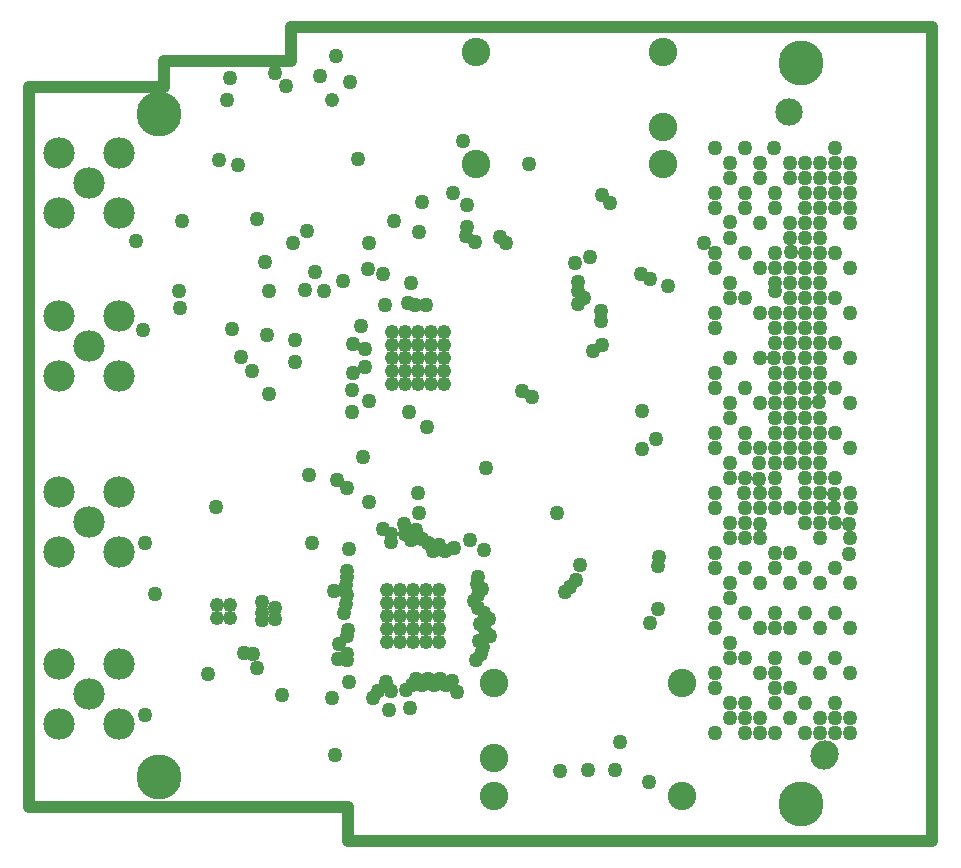
<source format=gbr>
G04 Layer_Physical_Order=5*
G04 Layer_Color=8388736*
%FSLAX26Y26*%
%MOIN*%
%TF.FileFunction,Copper,L5,Inr,Plane*%
%TF.Part,Single*%
G01*
G75*
%TA.AperFunction,ComponentPad*%
%ADD42C,0.150000*%
%TA.AperFunction,NonConductor*%
%ADD47C,0.040000*%
%TA.AperFunction,ComponentPad*%
%ADD48C,0.095000*%
%ADD49C,0.104961*%
%ADD50C,0.091000*%
%ADD51C,0.091181*%
%TA.AperFunction,ViaPad*%
%ADD52C,0.050000*%
%ADD53C,0.047874*%
D42*
X5175000Y7960000D02*
D03*
X7315000Y8130000D02*
D03*
Y5660000D02*
D03*
X5175000Y5750000D02*
D03*
D47*
X4740000Y5650000D02*
Y8050000D01*
X5190000D01*
Y8135000D01*
X5615000D01*
Y8250000D01*
X7750000D01*
Y5535000D02*
Y8250000D01*
X5805000Y5535000D02*
X7750000D01*
X5805000D02*
Y5650000D01*
X4740000D02*
X5805000D01*
D48*
X6855000Y8166221D02*
D03*
Y7916221D02*
D03*
Y7791221D02*
D03*
X6230000D02*
D03*
Y8166221D02*
D03*
X6292028Y6062190D02*
D03*
Y5812190D02*
D03*
Y5687190D02*
D03*
X6917028D02*
D03*
Y6062190D02*
D03*
D49*
X4940500Y7185000D02*
D03*
X5040500Y7085000D02*
D03*
X4840500D02*
D03*
Y7285000D02*
D03*
X5040500D02*
D03*
X4940500Y7730000D02*
D03*
X5040500Y7630000D02*
D03*
X4840500D02*
D03*
Y7830000D02*
D03*
X5040500D02*
D03*
X4940000Y6025000D02*
D03*
X5040000Y5925000D02*
D03*
X4840000D02*
D03*
Y6125000D02*
D03*
X5040000D02*
D03*
X4940500Y6600000D02*
D03*
X5040500Y6500000D02*
D03*
X4840500D02*
D03*
Y6700000D02*
D03*
X5040500D02*
D03*
D50*
X7275000Y7965000D02*
D03*
X7390000Y5820000D02*
D03*
D51*
X7395000Y5824499D02*
D03*
X7275000Y7965500D02*
D03*
D52*
X7076000Y7601000D02*
D03*
X7176000Y7746000D02*
D03*
X7126000Y7696000D02*
D03*
X7426000Y7646000D02*
D03*
Y7496000D02*
D03*
Y7346000D02*
D03*
X7226000Y7296000D02*
D03*
X7176000D02*
D03*
X7426000Y7196000D02*
D03*
Y7046000D02*
D03*
X7126000D02*
D03*
X7026000D02*
D03*
X7276000Y6946000D02*
D03*
X7076000D02*
D03*
X7026000Y6896000D02*
D03*
X7126000D02*
D03*
X7226000D02*
D03*
X7326000D02*
D03*
X7426000D02*
D03*
X7126000Y6546000D02*
D03*
X7376000Y6696000D02*
D03*
X7326000Y6746000D02*
D03*
X7276000Y6796000D02*
D03*
X7226000Y6846000D02*
D03*
X7176000D02*
D03*
X7026000D02*
D03*
X7426000Y6746000D02*
D03*
X7276000Y6646000D02*
D03*
X7226000D02*
D03*
X7026000D02*
D03*
X7126000Y6596000D02*
D03*
X7076000D02*
D03*
X7176000Y6546000D02*
D03*
X7376000D02*
D03*
X7477000Y6547000D02*
D03*
X7426000Y6446000D02*
D03*
X7326000D02*
D03*
X7276000Y6496000D02*
D03*
X7226000D02*
D03*
Y6446000D02*
D03*
X7126000D02*
D03*
X7076000Y6547000D02*
D03*
X7026000Y6497000D02*
D03*
Y6446000D02*
D03*
X7076000Y6396000D02*
D03*
Y6346000D02*
D03*
X7176000Y6396000D02*
D03*
X7276000D02*
D03*
X7376000D02*
D03*
X7476000D02*
D03*
X7477000Y6247000D02*
D03*
X7426000Y6296000D02*
D03*
X7326000D02*
D03*
X7376000Y6246000D02*
D03*
X7276000D02*
D03*
X7226000Y6296000D02*
D03*
Y6246000D02*
D03*
X7176000D02*
D03*
X7126000Y6296000D02*
D03*
X7026000D02*
D03*
Y6246000D02*
D03*
X7076000Y6196000D02*
D03*
X7226000Y6146000D02*
D03*
X7426000D02*
D03*
X7326000D02*
D03*
X7276000Y5946000D02*
D03*
X7326000Y5996000D02*
D03*
X7276000Y6046000D02*
D03*
X7126000Y6146000D02*
D03*
X7076000D02*
D03*
X7026000Y6096000D02*
D03*
X7426000Y5996000D02*
D03*
X7026000Y6046000D02*
D03*
X7176000Y6096000D02*
D03*
X7226000D02*
D03*
Y6046000D02*
D03*
X7376000Y6096000D02*
D03*
X7476000D02*
D03*
Y5946000D02*
D03*
X7426000D02*
D03*
X7376000D02*
D03*
X7226000Y5996000D02*
D03*
X7126000D02*
D03*
X7076000D02*
D03*
X7026000Y5896000D02*
D03*
X7076000Y5946000D02*
D03*
X7126000Y5896000D02*
D03*
X7176000Y5946000D02*
D03*
X7126000D02*
D03*
X7176000Y5896000D02*
D03*
X7226000D02*
D03*
X7326000D02*
D03*
X7376000D02*
D03*
X7426000D02*
D03*
X7476000D02*
D03*
Y7296000D02*
D03*
X7176000Y6696000D02*
D03*
X7476000D02*
D03*
X7376000Y6846000D02*
D03*
X7476000D02*
D03*
Y6996000D02*
D03*
X7374000Y6998000D02*
D03*
X7176000Y6996000D02*
D03*
X7326000Y7046000D02*
D03*
X7226000D02*
D03*
X7276000Y7246000D02*
D03*
X7326000Y7196000D02*
D03*
X7376000Y7146000D02*
D03*
X7476000D02*
D03*
X7376000Y7296000D02*
D03*
X7126000Y7346000D02*
D03*
X7076000D02*
D03*
Y7396000D02*
D03*
X7376000Y7446000D02*
D03*
X7476000D02*
D03*
X7076000Y7546000D02*
D03*
X7126000Y7646000D02*
D03*
X7176000Y7596000D02*
D03*
X7276000D02*
D03*
X7376000D02*
D03*
X7027000Y7647000D02*
D03*
X7276000Y7746000D02*
D03*
X7326000Y7696000D02*
D03*
X7426000D02*
D03*
X7376000Y7746000D02*
D03*
Y7796000D02*
D03*
X7476000Y7746000D02*
D03*
Y7796000D02*
D03*
X7276000D02*
D03*
X7176000D02*
D03*
X7076000D02*
D03*
X7426000Y7846000D02*
D03*
X7225000Y7847000D02*
D03*
X7126000Y7846000D02*
D03*
X7027000Y7847000D02*
D03*
X7473000Y6493000D02*
D03*
X7125000Y6695000D02*
D03*
X7425000Y6693000D02*
D03*
X7126000Y6647000D02*
D03*
X7479000Y6645000D02*
D03*
X7424000Y6647000D02*
D03*
X7174000Y6744000D02*
D03*
Y6797000D02*
D03*
X7128000Y6847000D02*
D03*
X7326000Y7496000D02*
D03*
X7276000Y7546000D02*
D03*
X7176000Y7446000D02*
D03*
X7026000Y7296000D02*
D03*
X5127000Y5955000D02*
D03*
X5128000Y6531000D02*
D03*
X5456000Y6164000D02*
D03*
X5500000Y6112000D02*
D03*
X5336000Y6092000D02*
D03*
X5363000Y6650000D02*
D03*
X5806000Y6511000D02*
D03*
X5948000Y6037500D02*
D03*
X6007083Y6964862D02*
D03*
X6067636Y6917000D02*
D03*
X5874732Y7001732D02*
D03*
X5855000Y6817000D02*
D03*
X5766000Y6739000D02*
D03*
X5770000Y6144000D02*
D03*
X5162000Y6358000D02*
D03*
X5518000Y6297000D02*
D03*
X5487695Y6159695D02*
D03*
X5517618Y6272000D02*
D03*
X5518000Y6333000D02*
D03*
X5873362Y6666636D02*
D03*
X5799864Y6713000D02*
D03*
X5685000Y6530364D02*
D03*
X6256000Y6506000D02*
D03*
X5808000Y6065000D02*
D03*
X5816775Y6967000D02*
D03*
X5542000Y7025000D02*
D03*
X5627000Y7132000D02*
D03*
X5628315Y7206000D02*
D03*
X6013500Y7397000D02*
D03*
X5874500Y7530000D02*
D03*
X5535000Y7222500D02*
D03*
X7476000Y7596000D02*
D03*
X7326000Y7646000D02*
D03*
X7076000Y6995000D02*
D03*
X7226000Y6696000D02*
D03*
X7026000D02*
D03*
X5562000Y8095000D02*
D03*
X5595500Y8053500D02*
D03*
X5409000Y8078000D02*
D03*
X5401500Y8005000D02*
D03*
X5446364Y7151000D02*
D03*
X5485000Y7101658D02*
D03*
X5120886Y7240000D02*
D03*
X5416000Y7244000D02*
D03*
X5096000Y7536841D02*
D03*
X5240114Y7369000D02*
D03*
X5725000Y7371000D02*
D03*
X5786000Y7402000D02*
D03*
X6042000Y7566000D02*
D03*
X6202000Y7656000D02*
D03*
X6201000Y7583000D02*
D03*
X5919000Y7427000D02*
D03*
X6186513Y7870487D02*
D03*
X6154000Y7697000D02*
D03*
X6052000Y7666000D02*
D03*
X5837000Y7809000D02*
D03*
X5872000Y7443000D02*
D03*
X5375000Y7805000D02*
D03*
X5249000Y7602000D02*
D03*
X5243500Y7313500D02*
D03*
X5751000Y6013000D02*
D03*
X5928425Y7323126D02*
D03*
X6065000Y7324000D02*
D03*
X5861000Y7115472D02*
D03*
Y7174528D02*
D03*
X5848000Y7253000D02*
D03*
X5819000Y7095000D02*
D03*
Y7194000D02*
D03*
X6027000Y7324000D02*
D03*
X5500000Y7610000D02*
D03*
X5662000Y7372000D02*
D03*
X6264000Y6780000D02*
D03*
X5675000Y6756000D02*
D03*
X7226000Y6996000D02*
D03*
X7326000Y6696000D02*
D03*
X7226000Y6796000D02*
D03*
Y6746000D02*
D03*
X7276000Y6896000D02*
D03*
Y6846000D02*
D03*
X7326000Y6946000D02*
D03*
Y6996000D02*
D03*
X7476000Y7696000D02*
D03*
X7076000Y7146000D02*
D03*
X7226000Y7646000D02*
D03*
Y7696000D02*
D03*
X7026000D02*
D03*
X7276000Y7396000D02*
D03*
X7226000Y7446000D02*
D03*
X6837000Y6310870D02*
D03*
Y6451919D02*
D03*
X6840613Y6483947D02*
D03*
X5941677Y5974000D02*
D03*
X5996500Y6040500D02*
D03*
X6577000Y6456720D02*
D03*
X6810000Y6263000D02*
D03*
X7376000Y6796000D02*
D03*
Y6746000D02*
D03*
X7326000Y6646000D02*
D03*
X7376000D02*
D03*
Y6596000D02*
D03*
X7276000Y7096000D02*
D03*
X7026000D02*
D03*
X7226000Y7246000D02*
D03*
X7376000Y7696000D02*
D03*
X7273000Y7146000D02*
D03*
X7276000Y7196000D02*
D03*
X7176000Y7146000D02*
D03*
X5561000Y6312500D02*
D03*
Y6277500D02*
D03*
X7476000Y7646000D02*
D03*
X7226000Y7196000D02*
D03*
X7223000Y7145000D02*
D03*
X7326000Y7096000D02*
D03*
Y7146000D02*
D03*
X7376000Y7046000D02*
D03*
Y7096000D02*
D03*
X7276000Y7046000D02*
D03*
Y6996000D02*
D03*
X7473000Y6593000D02*
D03*
X7176000D02*
D03*
X7177000Y6647000D02*
D03*
X6528000Y6366000D02*
D03*
X6545207Y6383207D02*
D03*
X6564395Y6407667D02*
D03*
X6500000Y6630000D02*
D03*
X7226000Y6946000D02*
D03*
X7376000Y6896000D02*
D03*
Y6946000D02*
D03*
X7126000Y6746000D02*
D03*
X7076000D02*
D03*
X7077000Y6795000D02*
D03*
X6088000Y6503000D02*
D03*
X5801898Y6159047D02*
D03*
X6237000Y6356685D02*
D03*
X5992396Y6560000D02*
D03*
X6071076Y6527972D02*
D03*
X5803213Y6237787D02*
D03*
X5801898Y6434638D02*
D03*
X5773500Y6194000D02*
D03*
X6241000Y6203000D02*
D03*
X6232193Y6391740D02*
D03*
X5921622Y6576000D02*
D03*
X5791000Y6297000D02*
D03*
X6231000Y6138000D02*
D03*
X6259000Y6239000D02*
D03*
X5796000Y6326000D02*
D03*
X5929000Y6066000D02*
D03*
X6127000Y6504000D02*
D03*
X6050528Y6057268D02*
D03*
X6257787Y6296842D02*
D03*
X5990000Y6593000D02*
D03*
X6149939Y6071000D02*
D03*
X5796000Y6390000D02*
D03*
X5801898Y6355898D02*
D03*
Y6139362D02*
D03*
X6089898Y6057268D02*
D03*
X6237000Y6415740D02*
D03*
X6107000Y6524000D02*
D03*
X6155544Y6512000D02*
D03*
X6254941Y6183000D02*
D03*
X6236000Y6313000D02*
D03*
X6013000Y6540000D02*
D03*
X6070213Y6076458D02*
D03*
X5801898Y6218102D02*
D03*
X6030842Y6573842D02*
D03*
Y6076458D02*
D03*
X6246000Y6159000D02*
D03*
X6052000Y6544000D02*
D03*
X5946000Y6534000D02*
D03*
X5801898Y6414953D02*
D03*
X6109583Y6076458D02*
D03*
X6276000Y6219000D02*
D03*
X6275102Y6277158D02*
D03*
X5947000Y6558334D02*
D03*
X6251394Y6377000D02*
D03*
X6244000Y6258000D02*
D03*
X7226000Y7396000D02*
D03*
X7326000Y7346000D02*
D03*
X7226000Y7096000D02*
D03*
X7026000Y7246000D02*
D03*
X7076000Y7746000D02*
D03*
X6227364Y7533364D02*
D03*
X6784000Y6844000D02*
D03*
X6829000Y6875130D02*
D03*
X7426000Y7746000D02*
D03*
Y7796000D02*
D03*
X7026000Y7446000D02*
D03*
X6779000Y7426000D02*
D03*
X6811000Y7409000D02*
D03*
X6869000Y7385000D02*
D03*
X5957000Y7603000D02*
D03*
X6783000Y6968000D02*
D03*
X6209000Y6541000D02*
D03*
X5618921Y7529000D02*
D03*
X5668000Y7570000D02*
D03*
X5527000Y7464624D02*
D03*
X5539000Y7371000D02*
D03*
X5710500Y8085000D02*
D03*
X5765000Y8152000D02*
D03*
X5812000Y8065000D02*
D03*
X7427000Y6597000D02*
D03*
X6009953Y5978130D02*
D03*
X6710000Y5867000D02*
D03*
X6605000Y5771500D02*
D03*
X6511000Y5771000D02*
D03*
X6694000Y5773000D02*
D03*
X5585000Y6023000D02*
D03*
X5904130Y6035000D02*
D03*
X5886500Y6013000D02*
D03*
X6224402Y6335342D02*
D03*
X6039000Y6630000D02*
D03*
X5692870Y7433000D02*
D03*
X5437000Y7789000D02*
D03*
X5758000Y6370000D02*
D03*
X5761000Y5823000D02*
D03*
X5816846Y7038886D02*
D03*
X6003000Y7328291D02*
D03*
X7376000Y7646000D02*
D03*
X7227000Y7369000D02*
D03*
X7326000Y6597000D02*
D03*
X6015500Y6056844D02*
D03*
X6036000Y6696000D02*
D03*
X6570000Y7370000D02*
D03*
X7326000Y7446000D02*
D03*
X6568787Y7399000D02*
D03*
X7326000Y7396000D02*
D03*
X6559000Y7464000D02*
D03*
X7376000Y7496000D02*
D03*
X6610000Y7483000D02*
D03*
X7376000Y7546000D02*
D03*
X6198051Y7552000D02*
D03*
X7276000Y7446000D02*
D03*
X7326000Y7546000D02*
D03*
Y7596000D02*
D03*
Y7246000D02*
D03*
X6590000Y7346000D02*
D03*
X7326000Y7296000D02*
D03*
X6570000Y7325000D02*
D03*
X6649000Y7688000D02*
D03*
X7326000Y7746000D02*
D03*
X6678033Y7663033D02*
D03*
X7326000Y7796000D02*
D03*
X6417681Y7015000D02*
D03*
X6384000Y7036000D02*
D03*
X7376000Y7396000D02*
D03*
Y7346000D02*
D03*
X6647000Y7304000D02*
D03*
X7276000Y7296000D02*
D03*
X6648000Y7270000D02*
D03*
X7276000Y7346000D02*
D03*
X6650000Y7188000D02*
D03*
X7376000Y7246000D02*
D03*
X6622000Y7170000D02*
D03*
X7376000Y7196000D02*
D03*
X6330000Y7531000D02*
D03*
X6989000Y7528000D02*
D03*
X7026000Y7495000D02*
D03*
X7126000D02*
D03*
X7226000D02*
D03*
X7279000Y7499000D02*
D03*
X6309000Y7548000D02*
D03*
X7326000Y6796000D02*
D03*
Y6846000D02*
D03*
X6130000Y6056000D02*
D03*
X6806000Y5731750D02*
D03*
X6168000Y6032000D02*
D03*
X6406000Y7792000D02*
D03*
D53*
X5749000Y8006000D02*
D03*
X6123307Y7231614D02*
D03*
Y7188307D02*
D03*
Y7145000D02*
D03*
Y7101693D02*
D03*
Y7058386D02*
D03*
X6080000Y7231614D02*
D03*
Y7188307D02*
D03*
Y7145000D02*
D03*
Y7101693D02*
D03*
Y7058386D02*
D03*
X6036693Y7231614D02*
D03*
Y7188307D02*
D03*
Y7145000D02*
D03*
Y7101693D02*
D03*
Y7058386D02*
D03*
X5993386Y7231614D02*
D03*
Y7188307D02*
D03*
Y7145000D02*
D03*
Y7101693D02*
D03*
Y7058386D02*
D03*
X5950079Y7231614D02*
D03*
Y7188307D02*
D03*
Y7145000D02*
D03*
Y7101693D02*
D03*
Y7058386D02*
D03*
X5366559Y6324362D02*
D03*
X5409866D02*
D03*
X5366559Y6281055D02*
D03*
X5409866D02*
D03*
X6107614Y6373614D02*
D03*
X6021000D02*
D03*
X6064307D02*
D03*
X5934386Y6200386D02*
D03*
Y6243693D02*
D03*
Y6287000D02*
D03*
Y6330307D02*
D03*
Y6373614D02*
D03*
X5977693Y6200386D02*
D03*
Y6243693D02*
D03*
Y6287000D02*
D03*
Y6330307D02*
D03*
Y6373614D02*
D03*
X6021000Y6200386D02*
D03*
Y6243693D02*
D03*
Y6287000D02*
D03*
Y6330307D02*
D03*
X6064307Y6200386D02*
D03*
Y6243693D02*
D03*
Y6287000D02*
D03*
Y6330307D02*
D03*
X6107614Y6200386D02*
D03*
Y6243693D02*
D03*
Y6287000D02*
D03*
Y6330307D02*
D03*
%TF.MD5,9F90C3CF4B9EEFD3DF4781FAA615F191*%
M02*

</source>
